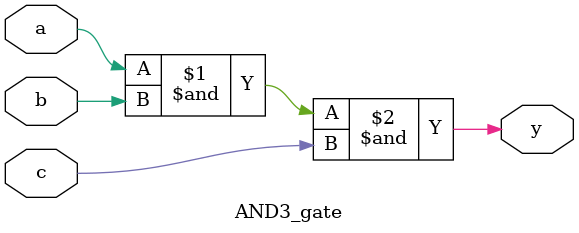
<source format=v>
module AND3_gate (
    input a, b, c,
    output y
);
    assign y = a & b & c;
endmodule
</source>
